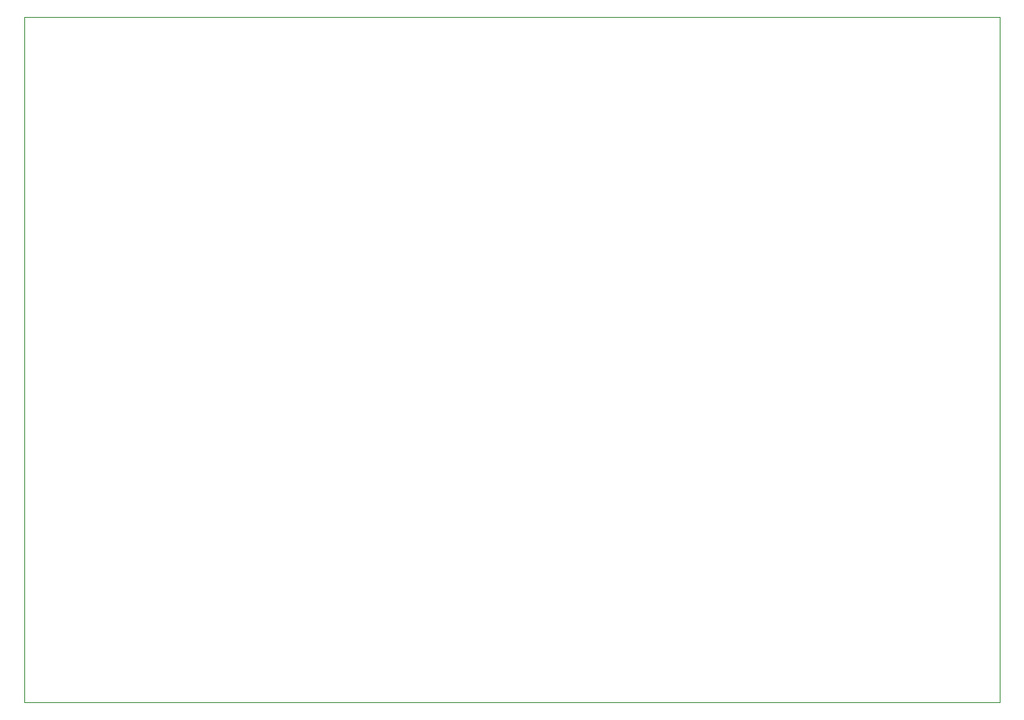
<source format=gm1>
%TF.GenerationSoftware,KiCad,Pcbnew,(5.1.8)-1*%
%TF.CreationDate,2021-01-24T12:13:59-05:00*%
%TF.ProjectId,Mega_Shield,4d656761-5f53-4686-9965-6c642e6b6963,rev?*%
%TF.SameCoordinates,Original*%
%TF.FileFunction,Profile,NP*%
%FSLAX46Y46*%
G04 Gerber Fmt 4.6, Leading zero omitted, Abs format (unit mm)*
G04 Created by KiCad (PCBNEW (5.1.8)-1) date 2021-01-24 12:13:59*
%MOMM*%
%LPD*%
G01*
G04 APERTURE LIST*
%TA.AperFunction,Profile*%
%ADD10C,0.050000*%
%TD*%
G04 APERTURE END LIST*
D10*
X182880000Y-17780000D02*
X80899000Y-17780000D01*
X182880000Y-89535000D02*
X182880000Y-17780000D01*
X80899000Y-89535000D02*
X182880000Y-89535000D01*
X80899000Y-17780000D02*
X80899000Y-89535000D01*
M02*

</source>
